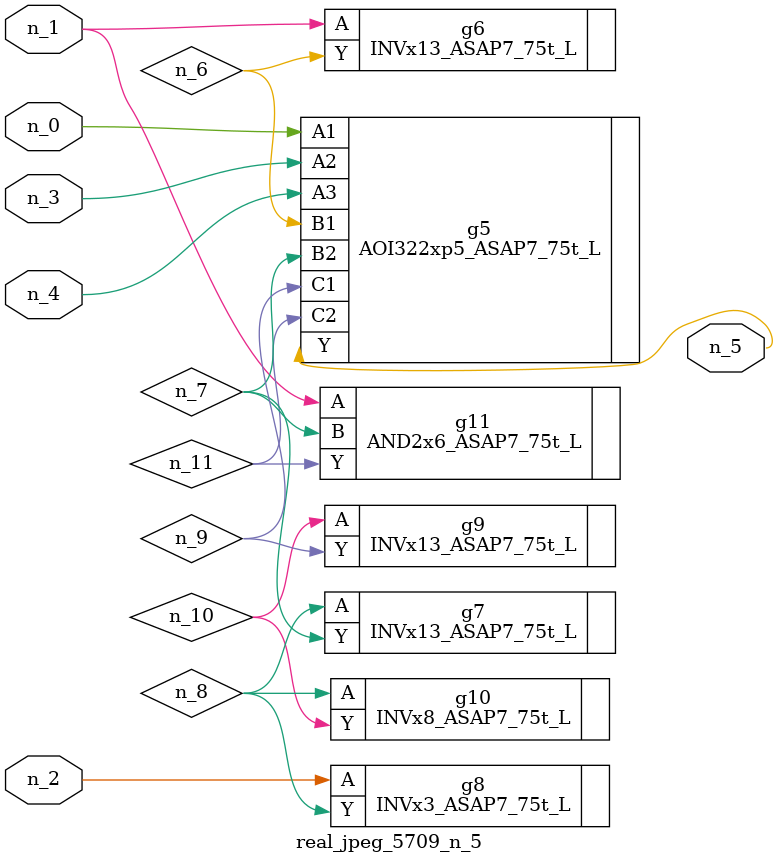
<source format=v>
module real_jpeg_5709_n_5 (n_4, n_0, n_1, n_2, n_3, n_5);

input n_4;
input n_0;
input n_1;
input n_2;
input n_3;

output n_5;

wire n_8;
wire n_11;
wire n_6;
wire n_7;
wire n_10;
wire n_9;

AOI322xp5_ASAP7_75t_L g5 ( 
.A1(n_0),
.A2(n_3),
.A3(n_4),
.B1(n_6),
.B2(n_7),
.C1(n_9),
.C2(n_11),
.Y(n_5)
);

INVx13_ASAP7_75t_L g6 ( 
.A(n_1),
.Y(n_6)
);

AND2x6_ASAP7_75t_L g11 ( 
.A(n_1),
.B(n_7),
.Y(n_11)
);

INVx3_ASAP7_75t_L g8 ( 
.A(n_2),
.Y(n_8)
);

INVx13_ASAP7_75t_L g7 ( 
.A(n_8),
.Y(n_7)
);

INVx8_ASAP7_75t_L g10 ( 
.A(n_8),
.Y(n_10)
);

INVx13_ASAP7_75t_L g9 ( 
.A(n_10),
.Y(n_9)
);


endmodule
</source>
